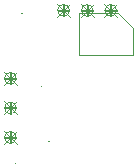
<source format=gbr>
%TF.GenerationSoftware,KiCad,Pcbnew,9.0.5*%
%TF.CreationDate,2025-10-03T12:10:51+01:00*%
%TF.ProjectId,vm_rotary_button,766d5f72-6f74-4617-9279-5f627574746f,0.4*%
%TF.SameCoordinates,PX5742de0PY47868c0*%
%TF.FileFunction,AssemblyDrawing,Top*%
%FSLAX45Y45*%
G04 Gerber Fmt 4.5, Leading zero omitted, Abs format (unit mm)*
G04 Created by KiCad (PCBNEW 9.0.5) date 2025-10-03 12:10:51*
%MOMM*%
%LPD*%
G01*
G04 APERTURE LIST*
%ADD10C,0.100000*%
%ADD11C,0.120000*%
%ADD12C,0.075000*%
G04 APERTURE END LIST*
D10*
X-500000Y820000D02*
X-400000Y820000D01*
X-400000Y830000D02*
G75*
G02*
X-400000Y820000I0J-5000D01*
G01*
X-400000Y830000D02*
X-500000Y830000D01*
X-500000Y830000D02*
G75*
G03*
X-500000Y820000I0J-5000D01*
G01*
X-455000Y875000D02*
X-455000Y775000D01*
X-445000Y775000D02*
G75*
G02*
X-455000Y775000I-5000J0D01*
G01*
X-445000Y775000D02*
X-445000Y875000D01*
X-445000Y875000D02*
G75*
G03*
X-455000Y875000I-5000J0D01*
G01*
%TO.C,GS5*%
X-400000Y825000D02*
G75*
G02*
X-500000Y825000I-50000J0D01*
G01*
X-500000Y825000D02*
G75*
G02*
X-400000Y825000I50000J0D01*
G01*
X-400000Y825000D02*
G75*
G02*
X-500000Y825000I-50000J0D01*
G01*
X-500000Y825000D02*
G75*
G02*
X-400000Y825000I50000J0D01*
G01*
X-1350000Y245000D02*
X-1250000Y245000D01*
X-1250000Y255000D02*
G75*
G02*
X-1250000Y245000I0J-5000D01*
G01*
X-1250000Y255000D02*
X-1350000Y255000D01*
X-1350000Y255000D02*
G75*
G03*
X-1350000Y245000I0J-5000D01*
G01*
X-1305000Y300000D02*
X-1305000Y200000D01*
X-1295000Y200000D02*
G75*
G02*
X-1305000Y200000I-5000J0D01*
G01*
X-1295000Y200000D02*
X-1295000Y300000D01*
X-1295000Y300000D02*
G75*
G03*
X-1305000Y300000I-5000J0D01*
G01*
%TO.C,GS3*%
X-1250000Y250000D02*
G75*
G02*
X-1350000Y250000I-50000J0D01*
G01*
X-1350000Y250000D02*
G75*
G02*
X-1250000Y250000I50000J0D01*
G01*
X-1250000Y250000D02*
G75*
G02*
X-1350000Y250000I-50000J0D01*
G01*
X-1350000Y250000D02*
G75*
G02*
X-1250000Y250000I50000J0D01*
G01*
D11*
%TO.C,J1*%
X-718100Y799060D02*
X-387900Y799060D01*
X-718100Y443460D02*
X-718100Y799060D01*
X-387900Y799060D02*
X-260900Y672060D01*
X-260900Y672060D02*
X-260900Y443460D01*
X-260900Y443460D02*
X-718100Y443460D01*
D10*
X-700000Y820000D02*
X-600000Y820000D01*
X-600000Y830000D02*
G75*
G02*
X-600000Y820000I0J-5000D01*
G01*
X-600000Y830000D02*
X-700000Y830000D01*
X-700000Y830000D02*
G75*
G03*
X-700000Y820000I0J-5000D01*
G01*
X-655000Y875000D02*
X-655000Y775000D01*
X-645000Y775000D02*
G75*
G02*
X-655000Y775000I-5000J0D01*
G01*
X-645000Y775000D02*
X-645000Y875000D01*
X-645000Y875000D02*
G75*
G03*
X-655000Y875000I-5000J0D01*
G01*
%TO.C,GS4*%
X-600000Y825000D02*
G75*
G02*
X-700000Y825000I-50000J0D01*
G01*
X-700000Y825000D02*
G75*
G02*
X-600000Y825000I50000J0D01*
G01*
X-600000Y825000D02*
G75*
G02*
X-700000Y825000I-50000J0D01*
G01*
X-700000Y825000D02*
G75*
G02*
X-600000Y825000I50000J0D01*
G01*
%TO.C,U2*%
D12*
X-1033750Y182500D02*
G75*
G02*
X-1041250Y182500I-3750J0D01*
G01*
X-1041250Y182500D02*
G75*
G02*
X-1033750Y182500I3750J0D01*
G01*
D10*
X-900000Y820000D02*
X-800000Y820000D01*
X-800000Y830000D02*
G75*
G02*
X-800000Y820000I0J-5000D01*
G01*
X-800000Y830000D02*
X-900000Y830000D01*
X-900000Y830000D02*
G75*
G03*
X-900000Y820000I0J-5000D01*
G01*
X-855000Y875000D02*
X-855000Y775000D01*
X-845000Y775000D02*
G75*
G02*
X-855000Y775000I-5000J0D01*
G01*
X-845000Y775000D02*
X-845000Y875000D01*
X-845000Y875000D02*
G75*
G03*
X-855000Y875000I-5000J0D01*
G01*
%TO.C,GS6*%
X-800000Y825000D02*
G75*
G02*
X-900000Y825000I-50000J0D01*
G01*
X-900000Y825000D02*
G75*
G02*
X-800000Y825000I50000J0D01*
G01*
X-800000Y825000D02*
G75*
G02*
X-900000Y825000I-50000J0D01*
G01*
X-900000Y825000D02*
G75*
G02*
X-800000Y825000I50000J0D01*
G01*
%TO.C,D1*%
D12*
X-1253750Y-467500D02*
G75*
G02*
X-1261250Y-467500I-3750J0D01*
G01*
X-1261250Y-467500D02*
G75*
G02*
X-1253750Y-467500I3750J0D01*
G01*
%TO.C,U1*%
X-969250Y-287500D02*
G75*
G02*
X-976750Y-287500I-3750J0D01*
G01*
X-976750Y-287500D02*
G75*
G02*
X-969250Y-287500I3750J0D01*
G01*
D10*
X-1350000Y-255000D02*
X-1250000Y-255000D01*
X-1250000Y-245000D02*
G75*
G02*
X-1250000Y-255000I0J-5000D01*
G01*
X-1250000Y-245000D02*
X-1350000Y-245000D01*
X-1350000Y-245000D02*
G75*
G03*
X-1350000Y-255000I0J-5000D01*
G01*
X-1305000Y-200000D02*
X-1305000Y-300000D01*
X-1295000Y-300000D02*
G75*
G02*
X-1305000Y-300000I-5000J0D01*
G01*
X-1295000Y-300000D02*
X-1295000Y-200000D01*
X-1295000Y-200000D02*
G75*
G03*
X-1305000Y-200000I-5000J0D01*
G01*
%TO.C,GS2*%
X-1250000Y-250000D02*
G75*
G02*
X-1350000Y-250000I-50000J0D01*
G01*
X-1350000Y-250000D02*
G75*
G02*
X-1250000Y-250000I50000J0D01*
G01*
X-1250000Y-250000D02*
G75*
G02*
X-1350000Y-250000I-50000J0D01*
G01*
X-1350000Y-250000D02*
G75*
G02*
X-1250000Y-250000I50000J0D01*
G01*
X-1350000Y-5000D02*
X-1250000Y-5000D01*
X-1250000Y5000D02*
G75*
G02*
X-1250000Y-5000I0J-5000D01*
G01*
X-1250000Y5000D02*
X-1350000Y5000D01*
X-1350000Y5000D02*
G75*
G03*
X-1350000Y-5000I0J-5000D01*
G01*
X-1305000Y50000D02*
X-1305000Y-50000D01*
X-1295000Y-50000D02*
G75*
G02*
X-1305000Y-50000I-5000J0D01*
G01*
X-1295000Y-50000D02*
X-1295000Y50000D01*
X-1295000Y50000D02*
G75*
G03*
X-1305000Y50000I-5000J0D01*
G01*
%TO.C,GS1*%
X-1250000Y0D02*
G75*
G02*
X-1350000Y0I-50000J0D01*
G01*
X-1350000Y0D02*
G75*
G02*
X-1250000Y0I50000J0D01*
G01*
X-1250000Y0D02*
G75*
G02*
X-1350000Y0I-50000J0D01*
G01*
X-1350000Y0D02*
G75*
G02*
X-1250000Y0I50000J0D01*
G01*
%TO.C,D2*%
D12*
X-1196250Y800000D02*
G75*
G02*
X-1203750Y800000I-3750J0D01*
G01*
X-1203750Y800000D02*
G75*
G02*
X-1196250Y800000I3750J0D01*
G01*
%TD*%
D10*
X-505000Y880000D02*
X-395000Y770000D01*
X-505000Y770000D02*
X-395000Y880000D01*
X-1355000Y305000D02*
X-1245000Y195000D01*
X-1355000Y195000D02*
X-1245000Y305000D01*
X-705000Y880000D02*
X-595000Y770000D01*
X-705000Y770000D02*
X-595000Y880000D01*
X-905000Y880000D02*
X-795000Y770000D01*
X-905000Y770000D02*
X-795000Y880000D01*
X-1355000Y-195000D02*
X-1245000Y-305000D01*
X-1355000Y-305000D02*
X-1245000Y-195000D01*
X-1355000Y55000D02*
X-1245000Y-55000D01*
X-1355000Y-55000D02*
X-1245000Y55000D01*
M02*

</source>
